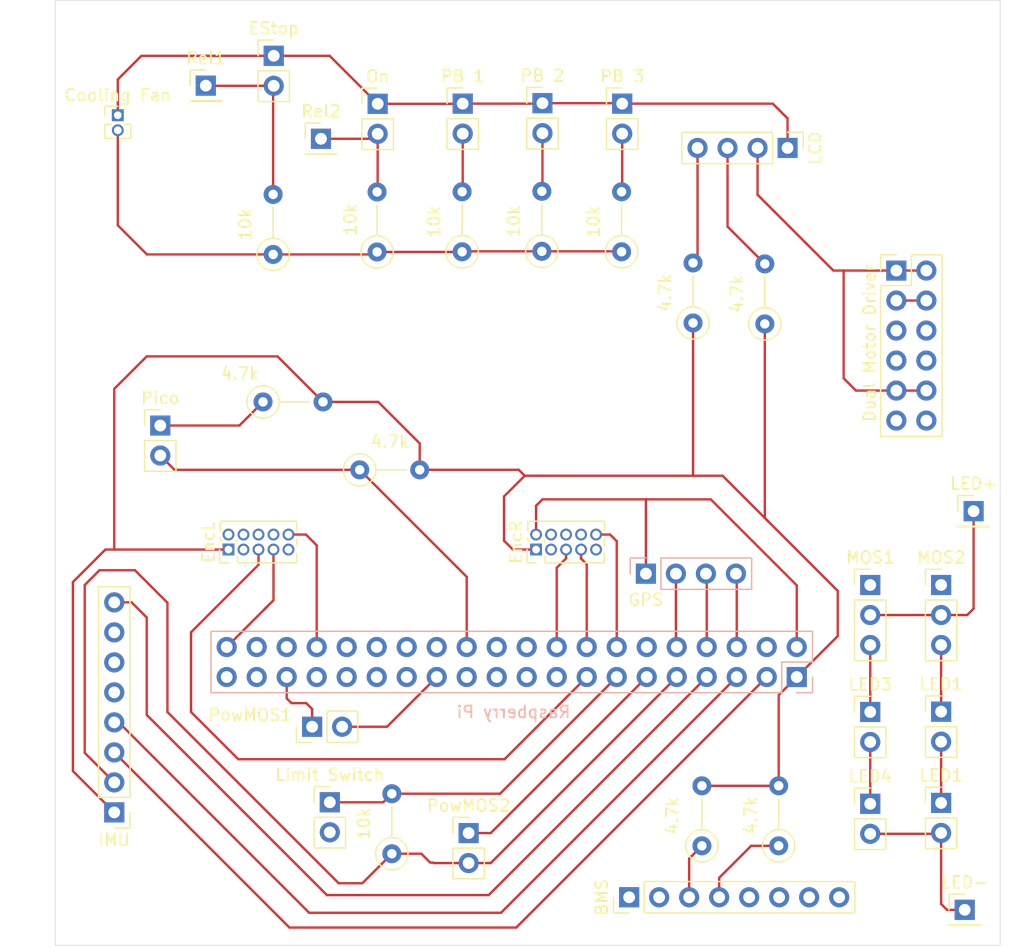
<source format=kicad_pcb>
(kicad_pcb (version 20240108) (generator "pcbnew") (generator_version "8.0")
  (layers (0 "F.Cu" signal) (1 "In1.Cu" signal) (2 "In2.Cu" signal) (31 "B.Cu" signal) (34 "B.Paste" user) (35 "F.Paste" user) (36 "B.SilkS" user "B.Silkscreen") (37 "F.SilkS" user "F.Silkscreen") (38 "B.Mask" user) (39 "F.Mask" user) (44 "Edge.Cuts" user))
  (net 0 "")
  (net 1 "5V")
  (net 2 "PI10")
  (net 3 "PI8")
  (net 4 "PI12")
  (net 5 "GND")
  (net 6 "3V3")
  (net 7 "PI16")
  (net 8 "PI18")
  (net 9 "PI22")
  (net 10 "PI24")
  (net 11 "PI26")
  (net 12 "PI28")
  (net 13 "PI32")
  (net 14 "PI36")
  (net 15 "PI38")
  (net 16 "PI40")
  (net 17 "PI3")
  (net 18 "PI5")
  (net 19 "PI7")
  (net 20 "PI11")
  (net 21 "PI13")
  (net 22 "PI15")
  (net 23 "PI19")
  (net 24 "PI21")
  (net 25 "PI23")
  (net 26 "PI27")
  (net 27 "PI29")
  (net 28 "PI31")
  (net 29 "PI33")
  (net 30 "PI35")
  (net 31 "PI37")
  (net 32 "On")
  (net 33 "EStop")
  (net 34 "LED-")
  (net 35 "LED+")
  (net 36 "LED1")
  (net 37 "LED2")
  (net 38 "LED3")
  (net 39 "LED4")
  (footprint "Resistor_THT:R_Axial_DIN0207_L6.3mm_D2.5mm_P5.08mm_Vertical" (layer "F.Cu") (at 53.2 33.25 90)
    (property "Reference" "10k" (at 2.54 -2.37 90) (layer "F.SilkS"))
    (property "Value" "PB 2 Pull Down")
    (pad "1" thru_hole circle (at 0 0 90) (size 1.6 1.6) (drill 0.8) (layers "*.Cu" "*.Mask") (net 1 "5V"))
    (pad "2" thru_hole oval (at 5.08 0 90) (size 1.6 1.6) (drill 0.8) (layers "*.Cu" "*.Mask") (net 12 "PI28"))
  )
  (footprint "Connector_PinHeader_2.54mm:PinHeader_1x02_P2.54mm_Vertical" (layer "F.Cu") (at 39.3 20.765)
    (property "Reference" "On" (at 0 -2.33 0) (layer "F.SilkS"))
    (property "Value" "On/Off")
    (pad "1" thru_hole rect (at 0 0) (size 1.7 1.7) (drill 1) (layers "*.Cu" "*.Mask") (net 5 "GND"))
    (pad "2" thru_hole oval (at 0 2.54) (size 1.7 1.7) (drill 1) (layers "*.Cu" "*.Mask") (net 32 "On"))
  )
  (footprint "Resistor_THT:R_Axial_DIN0207_L6.3mm_D2.5mm_P5.08mm_Vertical" (layer "F.Cu") (at 40.5 84.25 90)
    (property "Reference" "10k" (at 2.54 -2.37 90) (layer "F.SilkS"))
    (property "Value" "PB 1 Pull Down")
    (pad "1" thru_hole circle (at 0 0 90) (size 1.6 1.6) (drill 0.8) (layers "*.Cu" "*.Mask") (net 5 "GND"))
    (pad "2" thru_hole oval (at 5.08 0 90) (size 1.6 1.6) (drill 0.8) (layers "*.Cu" "*.Mask") (net 21 "PI13"))
  )
  (footprint "Resistor_THT:R_Axial_DIN0207_L6.3mm_D2.5mm_P5.08mm_Vertical" (layer "F.Cu") (at 39.25 33.305 90)
    (property "Reference" "10k" (at 2.75 -2.25 90) (layer "F.SilkS"))
    (property "Value" "On/Off Pull Down")
    (pad "1" thru_hole circle (at 0 0 90) (size 1.6 1.6) (drill 0.8) (layers "*.Cu" "*.Mask") (net 1 "5V"))
    (pad "2" thru_hole oval (at 5.08 0 90) (size 1.6 1.6) (drill 0.8) (layers "*.Cu" "*.Mask") (net 32 "On"))
  )
  (footprint "Resistor_THT:R_Axial_DIN0207_L6.3mm_D2.5mm_P5.08mm_Vertical" (layer "F.Cu") (at 59.95 33.29 90)
    (property "Reference" "10k" (at 2.54 -2.37 90) (layer "F.SilkS"))
    (property "Value" "PB 3 Pull Down")
    (pad "1" thru_hole circle (at 0 0 90) (size 1.6 1.6) (drill 0.8) (layers "*.Cu" "*.Mask") (net 1 "5V"))
    (pad "2" thru_hole oval (at 5.08 0 90) (size 1.6 1.6) (drill 0.8) (layers "*.Cu" "*.Mask") (net 27 "PI29"))
  )
  (footprint "Resistor_THT:R_Axial_DIN0207_L6.3mm_D2.5mm_P5.08mm_Vertical" (layer "F.Cu") (at 66.75 83.58 90)
    (property "Reference" "4.7k" (at 2.54 -2.5 90) (layer "F.SilkS"))
    (property "Value" "BMS SCL")
    (pad "1" thru_hole circle (at 0 0 90) (size 1.6 1.6) (drill 0.8) (layers "*.Cu" "*.Mask") (net 9 "PI22"))
    (pad "2" thru_hole oval (at 5.08 0 90) (size 1.6 1.6) (drill 0.8) (layers "*.Cu" "*.Mask") (net 6 "3V3"))
  )
  (footprint "Connector_PinHeader_2.54mm:PinHeader_1x02_P2.54mm_Vertical" (layer "F.Cu") (at 81 72.25)
    (property "Reference" "LED3" (at 0 -2.33 0) (layer "F.SilkS"))
    (property "Value" "LED 1")
    (pad "1" thru_hole rect (at 0 0) (size 1.7 1.7) (drill 1) (layers "*.Cu" "*.Mask") (net 38 "LED3"))
    (pad "2" thru_hole oval (at 0 2.54) (size 1.7 1.7) (drill 1) (layers "*.Cu" "*.Mask") (net 39 "LED4"))
  )
  (footprint "Connector_PinHeader_1.27mm:PinHeader_2x05_P1.27mm_Vertical" (layer "F.Cu") (at 26.67 58.5 90)
    (property "Reference" "EncL" (at 0.635 -1.695 90) (layer "F.SilkS"))
    (property "Value" "Motor Encoder")
    (pad "1" thru_hole rect (at 0 0 90) (size 1 1) (drill 0.65) (layers "*.Cu" "*.Mask") (net 6 "3V3"))
    (pad "2" thru_hole oval (at 1.27 0 90) (size 1 1) (drill 0.65) (layers "*.Cu" "*.Mask") (net 1 "5V"))
    (pad "3" thru_hole oval (at 0 1.27 90) (size 1 1) (drill 0.65) (layers "*.Cu" "*.Mask"))
    (pad "4" thru_hole oval (at 1.27 1.27 90) (size 1 1) (drill 0.65) (layers "*.Cu" "*.Mask"))
    (pad "5" thru_hole oval (at 0 2.54 90) (size 1 1) (drill 0.65) (layers "*.Cu" "*.Mask") (net 22 "PI15"))
    (pad "6" thru_hole oval (at 1.27 2.54 90) (size 1 1) (drill 0.65) (layers "*.Cu" "*.Mask"))
    (pad "7" thru_hole oval (at 0 3.81 90) (size 1 1) (drill 0.65) (layers "*.Cu" "*.Mask") (net 16 "PI40"))
    (pad "8" thru_hole oval (at 1.27 3.81 90) (size 1 1) (drill 0.65) (layers "*.Cu" "*.Mask"))
    (pad "9" thru_hole oval (at 0 5.08 90) (size 1 1) (drill 0.65) (layers "*.Cu" "*.Mask"))
    (pad "10" thru_hole oval (at 1.27 5.08 90) (size 1 1) (drill 0.65) (layers "*.Cu" "*.Mask") (net 5 "GND"))
  )
  (footprint "Connector_PinHeader_2.54mm:PinHeader_1x02_P2.54mm_Vertical" (layer "F.Cu") (at 81 80.025)
    (property "Reference" "LED4" (at 0 -2.33 0) (layer "F.SilkS"))
    (property "Value" "LED 1")
    (pad "1" thru_hole rect (at 0 0) (size 1.7 1.7) (drill 1) (layers "*.Cu" "*.Mask") (net 39 "LED4"))
    (pad "2" thru_hole oval (at 0 2.54) (size 1.7 1.7) (drill 1) (layers "*.Cu" "*.Mask") (net 34 "LED-"))
  )
  (footprint "Resistor_THT:R_Axial_DIN0207_L6.3mm_D2.5mm_P5.08mm_Vertical" (layer "F.Cu") (at 37.78 51.75)
    (property "Reference" "4.7k" (at 2.54 -2.37 0) (layer "F.SilkS"))
    (property "Value" "Pico SDA")
    (pad "1" thru_hole circle (at 0 0) (size 1.6 1.6) (drill 0.8) (layers "*.Cu" "*.Mask" "Eco1.User") (net 10 "PI24"))
    (pad "2" thru_hole oval (at 5.08 0) (size 1.6 1.6) (drill 0.8) (layers "*.Cu" "*.Mask") (net 6 "3V3"))
  )
  (footprint "Resistor_THT:R_Axial_DIN0207_L6.3mm_D2.5mm_P5.08mm_Vertical" (layer "F.Cu") (at 46.45 33.29 90)
    (property "Reference" "10k" (at 2.54 -2.37 90) (layer "F.SilkS"))
    (property "Value" "PB 1 Pull Down")
    (pad "1" thru_hole circle (at 0 0 90) (size 1.6 1.6) (drill 0.8) (layers "*.Cu" "*.Mask") (net 1 "5V"))
    (pad "2" thru_hole oval (at 5.08 0 90) (size 1.6 1.6) (drill 0.8) (layers "*.Cu" "*.Mask") (net 11 "PI26"))
  )
  (footprint "Connector_PinHeader_2.54mm:PinHeader_1x02_P2.54mm_Vertical" (layer "F.Cu") (at 47 82.5)
    (property "Reference" "PowMOS2" (at 0 -2.33 0) (layer "F.SilkS"))
    (property "Value" "Power Mosfet 2")
    (pad "1" thru_hole rect (at 0 0) (size 1.7 1.7) (drill 1) (layers "*.Cu" "*.Mask") (net 20 "PI11"))
    (pad "2" thru_hole oval (at 0 2.54) (size 1.7 1.7) (drill 1) (layers "*.Cu" "*.Mask") (net 5 "GND"))
  )
  (footprint "Connector_PinHeader_2.54mm:PinHeader_2x06_P2.54mm_Vertical" (layer "F.Cu") (at 83.21 34.88)
    (property "Reference" "Dual Motor Driver" (at -2.265 6.145 90) (layer "F.SilkS"))
    (property "Value" "Motor Driver Connection")
    (pad "1" thru_hole rect (at 0 0) (size 1.7 1.7) (drill 1) (layers "*.Cu" "*.Mask") (net 1 "5V"))
    (pad "2" thru_hole oval (at 2.54 0) (size 1.7 1.7) (drill 1) (layers "*.Cu" "*.Mask") (net 1 "5V"))
    (pad "3" thru_hole oval (at 0 2.54) (size 1.7 1.7) (drill 1) (layers "*.Cu" "*.Mask") (net 5 "GND"))
    (pad "4" thru_hole oval (at 2.54 2.54) (size 1.7 1.7) (drill 1) (layers "*.Cu" "*.Mask") (net 5 "GND"))
    (pad "5" thru_hole oval (at 0 5.08) (size 1.7 1.7) (drill 1) (layers "*.Cu" "*.Mask") (net 13 "PI32"))
    (pad "6" thru_hole oval (at 2.54 5.08) (size 1.7 1.7) (drill 1) (layers "*.Cu" "*.Mask") (net 4 "PI12"))
    (pad "7" thru_hole oval (at 0 7.62) (size 1.7 1.7) (drill 1) (layers "*.Cu" "*.Mask") (net 29 "PI33"))
    (pad "8" thru_hole oval (at 2.54 7.62) (size 1.7 1.7) (drill 1) (layers "*.Cu" "*.Mask") (net 15 "PI38"))
    (pad "9" thru_hole oval (at 0 10.16) (size 1.7 1.7) (drill 1) (layers "*.Cu" "*.Mask") (net 1 "5V"))
    (pad "10" thru_hole oval (at 2.54 10.16) (size 1.7 1.7) (drill 1) (layers "*.Cu" "*.Mask") (net 1 "5V"))
    (pad "11" thru_hole oval (at 0 12.7) (size 1.7 1.7) (drill 1) (layers "*.Cu" "*.Mask"))
    (pad "12" thru_hole oval (at 2.54 12.7) (size 1.7 1.7) (drill 1) (layers "*.Cu" "*.Mask"))
  )
  (footprint "Connector_PinHeader_2.54mm:PinHeader_1x02_P2.54mm_Vertical" (layer "F.Cu") (at 46.5 20.75)
    (property "Reference" "PB 1" (at 0 -2.33 0) (layer "F.SilkS"))
    (property "Value" "PB 1")
    (pad "1" thru_hole rect (at 0 0) (size 1.7 1.7) (drill 1) (layers "*.Cu" "*.Mask") (net 5 "GND"))
    (pad "2" thru_hole oval (at 0 2.54) (size 1.7 1.7) (drill 1) (layers "*.Cu" "*.Mask") (net 11 "PI26"))
  )
  (footprint "Connector_PinHeader_2.54mm:PinHeader_1x08_P2.54mm_Vertical" (layer "F.Cu") (at 17 80.75 180)
    (property "Reference" "IMU" (at 0 -2.33 360) (layer "F.SilkS"))
    (property "Value" "IMU Connector")
    (pad "1" thru_hole rect (at 0 0 180) (size 1.7 1.7) (drill 1) (layers "*.Cu" "*.Mask") (net 6 "3V3"))
    (pad "2" thru_hole oval (at 0 2.54 180) (size 1.7 1.7) (drill 1) (layers "*.Cu" "*.Mask") (net 5 "GND"))
    (pad "3" thru_hole oval (at 0 5.08 180) (size 1.7 1.7) (drill 1) (layers "*.Cu" "*.Mask") (net 17 "PI3"))
    (pad "4" thru_hole oval (at 0 7.62 180) (size 1.7 1.7) (drill 1) (layers "*.Cu" "*.Mask") (net 18 "PI5"))
    (pad "5" thru_hole oval (at 0 10.16 180) (size 1.7 1.7) (drill 1) (layers "*.Cu" "*.Mask"))
    (pad "6" thru_hole oval (at 0 12.7 180) (size 1.7 1.7) (drill 1) (layers "*.Cu" "*.Mask"))
    (pad "7" thru_hole oval (at 0 15.24 180) (size 1.7 1.7) (drill 1) (layers "*.Cu" "*.Mask"))
    (pad "8" thru_hole oval (at 0 17.78 180) (size 1.7 1.7) (drill 1) (layers "*.Cu" "*.Mask") (net 19 "PI7"))
  )
  (footprint "Connector_PinHeader_2.54mm:PinHeader_1x01_P2.54mm_Vertical" (layer "F.Cu") (at 24.75 19.225)
    (property "Reference" "Rel1" (at 0 -2.33 0) (layer "F.SilkS"))
    (property "Value" "Relay Control")
    (pad "1" thru_hole rect (at 0 0) (size 1.7 1.7) (drill 1) (layers "*.Cu" "*.Mask") (net 33 "EStop"))
  )
  (footprint "Connector_PinHeader_2.54mm:PinHeader_1x02_P2.54mm_Vertical" (layer "F.Cu") (at 87 72.225)
    (property "Reference" "LED1" (at 0 -2.33 0) (layer "F.SilkS"))
    (property "Value" "LED 2")
    (pad "1" thru_hole rect (at 0 0) (size 1.7 1.7) (drill 1) (layers "*.Cu" "*.Mask") (net 36 "LED1"))
    (pad "2" thru_hole oval (at 0 2.54) (size 1.7 1.7) (drill 1) (layers "*.Cu" "*.Mask") (net 37 "LED2"))
  )
  (footprint "Resistor_THT:R_Axial_DIN0207_L6.3mm_D2.5mm_P5.08mm_Vertical" (layer "F.Cu") (at 73.25 83.58 90)
    (property "Reference" "4.7k" (at 2.58 -2.37 90) (layer "F.SilkS"))
    (property "Value" "BMS SDA")
    (pad "1" thru_hole circle (at 0 0 90) (size 1.6 1.6) (drill 0.8) (layers "*.Cu" "*.Mask") (net 31 "PI37"))
    (pad "2" thru_hole oval (at 5.08 0 90) (size 1.6 1.6) (drill 0.8) (layers "*.Cu" "*.Mask") (net 6 "3V3"))
  )
  (footprint "Connector_PinHeader_1.27mm:PinHeader_1x02_P1.27mm_Vertical" (layer "F.Cu") (at 17.3 21.73)
    (property "Reference" "Cooling Fan" (at 0 -1.695 0) (layer "F.SilkS"))
    (property "Value" "Cooling Fan Connection")
    (pad "1" thru_hole rect (at 0 0) (size 1 1) (drill 0.65) (layers "*.Cu" "*.Mask") (net 5 "GND"))
    (pad "2" thru_hole oval (at 0 1.27) (size 1 1) (drill 0.65) (layers "*.Cu" "*.Mask") (net 1 "5V"))
  )
  (footprint "Resistor_THT:R_Axial_DIN0207_L6.3mm_D2.5mm_P5.08mm_Vertical" (layer "F.Cu") (at 72.075 39.395 90)
    (property "Reference" "4.7k" (at 2.54 -2.37 90) (layer "F.SilkS"))
    (property "Value" "HMI SDA")
    (pad "1" thru_hole circle (at 0 0 90) (size 1.6 1.6) (drill 0.8) (layers "*.Cu" "*.Mask") (net 6 "3V3"))
    (pad "2" thru_hole oval (at 5.08 0 90) (size 1.6 1.6) (drill 0.8) (layers "*.Cu" "*.Mask") (net 25 "PI23"))
  )
  (footprint "Resistor_THT:R_Axial_DIN0207_L6.3mm_D2.5mm_P5.08mm_Vertical" (layer "F.Cu") (at 29.595 46)
    (property "Reference" "4.7k" (at -1.96 -2.395 0) (layer "F.SilkS"))
    (property "Value" "Pico SCL")
    (pad "1" thru_hole circle (at 0 0) (size 1.6 1.6) (drill 0.8) (layers "*.Cu" "*.Mask") (net 24 "PI21"))
    (pad "2" thru_hole oval (at 5.08 0) (size 1.6 1.6) (drill 0.8) (layers "*.Cu" "*.Mask") (net 6 "3V3"))
  )
  (footprint "Connector_PinHeader_2.54mm:PinHeader_1x02_P2.54mm_Vertical" (layer "F.Cu") (at 87 79.95)
    (property "Reference" "LED1" (at 0 -2.33 0) (layer "F.SilkS"))
    (property "Value" "LED 1")
    (pad "1" thru_hole rect (at 0 0) (size 1.7 1.7) (drill 1) (layers "*.Cu" "*.Mask") (net 37 "LED2"))
    (pad "2" thru_hole oval (at 0 2.54) (size 1.7 1.7) (drill 1) (layers "*.Cu" "*.Mask") (net 34 "LED-"))
  )
  (footprint "Connector_PinHeader_2.54mm:PinHeader_1x08_P2.54mm_Vertical" (layer "F.Cu") (at 60.59 87.935 90)
    (property "Reference" "BMS" (at 0 -2.33 90) (layer "F.SilkS"))
    (property "Value" "BMS Connector")
    (pad "1" thru_hole rect (at 0 0 90) (size 1.7 1.7) (drill 1) (layers "*.Cu" "*.Mask") (net 1 "5V"))
    (pad "2" thru_hole oval (at 0 2.54 90) (size 1.7 1.7) (drill 1) (layers "*.Cu" "*.Mask") (net 5 "GND"))
    (pad "3" thru_hole oval (at 0 5.08 90) (size 1.7 1.7) (drill 1) (layers "*.Cu" "*.Mask") (net 9 "PI22"))
    (pad "4" thru_hole oval (at 0 7.62 90) (size 1.7 1.7) (drill 1) (layers "*.Cu" "*.Mask") (net 31 "PI37"))
    (pad "5" thru_hole oval (at 0 10.16 90) (size 1.7 1.7) (drill 1) (layers "*.Cu" "*.Mask"))
    (pad "6" thru_hole oval (at 0 12.7 90) (size 1.7 1.7) (drill 1) (layers "*.Cu" "*.Mask"))
    (pad "7" thru_hole oval (at 0 15.24 90) (size 1.7 1.7) (drill 1) (layers "*.Cu" "*.Mask"))
    (pad "8" thru_hole oval (at 0 17.78 90) (size 1.7 1.7) (drill 1) (layers "*.Cu" "*.Mask"))
  )
  (footprint "Connector_PinHeader_2.54mm:PinHeader_1x02_P2.54mm_Vertical" (layer "F.Cu") (at 60 20.75)
    (property "Reference" "PB 3" (at 0 -2.33 0) (layer "F.SilkS"))
    (property "Value" "PB 1")
    (pad "1" thru_hole rect (at 0 0) (size 1.7 1.7) (drill 1) (layers "*.Cu" "*.Mask") (net 5 "GND"))
    (pad "2" thru_hole oval (at 0 2.54) (size 1.7 1.7) (drill 1) (layers "*.Cu" "*.Mask") (net 27 "PI29"))
  )
  (footprint "Resistor_THT:R_Axial_DIN0207_L6.3mm_D2.5mm_P5.08mm_Vertical" (layer "F.Cu") (at 66 39.315 90)
    (property "Reference" "4.7k" (at 2.54 -2.37 90) (layer "F.SilkS"))
    (property "Value" "HMI SCL")
    (pad "1" thru_hole circle (at 0 0 90) (size 1.6 1.6) (drill 0.8) (layers "*.Cu" "F.Mask") (net 6 "3V3"))
    (pad "2" thru_hole oval (at 5.08 0 90) (size 1.6 1.6) (drill 0.8) (layers "*.Cu" "*.Mask") (net 23 "PI19"))
  )
  (footprint "Connector_PinHeader_2.54mm:PinHeader_1x04_P2.54mm_Vertical" (layer "F.Cu") (at 74 24.5 -90)
    (property "Reference" "LCD" (at 0 -2.33 90) (layer "F.SilkS"))
    (property "Value" "LCD Screen")
    (pad "1" thru_hole rect (at 0 0 270) (size 1.7 1.7) (drill 1) (layers "*.Cu" "*.Mask") (net 5 "GND"))
    (pad "2" thru_hole oval (at 0 2.54 270) (size 1.7 1.7) (drill 1) (layers "*.Cu" "*.Mask") (net 1 "5V"))
    (pad "3" thru_hole oval (at 0 5.08 270) (size 1.7 1.7) (drill 1) (layers "*.Cu" "*.Mask") (net 25 "PI23"))
    (pad "4" thru_hole oval (at 0 7.62 270) (size 1.7 1.7) (drill 1) (layers "*.Cu" "*.Mask") (net 23 "PI19"))
  )
  (footprint "Connector_PinHeader_2.54mm:PinHeader_1x03_P2.54mm_Vertical" (layer "F.Cu") (at 81 61.5)
    (property "Reference" "MOS1" (at 0 -2.33 0) (layer "F.SilkS"))
    (property "Value" "LED Transistor")
    (pad "1" thru_hole rect (at 0 0) (size 1.7 1.7) (drill 1) (layers "*.Cu" "*.Mask") (net 14 "PI36"))
    (pad "2" thru_hole oval (at 0 2.54) (size 1.7 1.7) (drill 1) (layers "*.Cu" "*.Mask") (net 35 "LED+"))
    (pad "3" thru_hole oval (at 0 5.08) (size 1.7 1.7) (drill 1) (layers "*.Cu" "*.Mask") (net 38 "LED3"))
  )
  (footprint "Connector_PinHeader_2.54mm:PinHeader_1x01_P2.54mm_Vertical" (layer "F.Cu") (at 89.75 55.25)
    (property "Reference" "LED+" (at 0 -2.33 0) (layer "F.SilkS"))
    (property "Value" "LED+")
    (pad "1" thru_hole rect (at 0 0) (size 1.7 1.7) (drill 1) (layers "*.Cu" "*.Mask") (net 35 "LED+"))
  )
  (footprint "Connector_PinHeader_2.54mm:PinHeader_1x02_P2.54mm_Vertical" (layer "F.Cu") (at 35.25 79.895)
    (property "Reference" "Limit Switch" (at 0 -2.33 0) (layer "F.SilkS"))
    (property "Value" "Limit Switch")
    (pad "1" thru_hole rect (at 0 0) (size 1.7 1.7) (drill 1) (layers "*.Cu" "*.Mask") (net 21 "PI13"))
    (pad "2" thru_hole oval (at 0 2.54) (size 1.7 1.7) (drill 1) (layers "*.Cu" "*.Mask") (net 1 "5V"))
  )
  (footprint "Connector_PinHeader_2.54mm:PinHeader_1x01_P2.54mm_Vertical" (layer "F.Cu") (at 34.5 23.725)
    (property "Reference" "Rel2" (at 0 -2.33 0) (layer "F.SilkS"))
    (property "Value" "Relay Control")
    (pad "1" thru_hole rect (at 0 0) (size 1.7 1.7) (drill 1) (layers "*.Cu" "*.Mask") (net 32 "On"))
  )
  (footprint "Connector_PinHeader_2.54mm:PinHeader_1x02_P2.54mm_Vertical" (layer "F.Cu") (at 20.895 48)
    (property "Reference" "Pico" (at 0 -2.33 0) (layer "F.SilkS"))
    (property "Value" "Pico Connection")
    (pad "1" thru_hole rect (at 0 0) (size 1.7 1.7) (drill 1) (layers "*.Cu" "*.Mask") (net 24 "PI21"))
    (pad "2" thru_hole oval (at 0 2.54) (size 1.7 1.7) (drill 1) (layers "*.Cu" "*.Mask") (net 10 "PI24"))
  )
  (footprint "Connector_PinHeader_2.54mm:PinHeader_1x02_P2.54mm_Vertical" (layer "F.Cu") (at 53.25 20.71)
    (property "Reference" "PB 2" (at 0 -2.33 0) (layer "F.SilkS"))
    (property "Value" "PB 1")
    (pad "1" thru_hole rect (at 0 0) (size 1.7 1.7) (drill 1) (layers "*.Cu" "*.Mask") (net 5 "GND"))
    (pad "2" thru_hole oval (at 0 2.54) (size 1.7 1.7) (drill 1) (layers "*.Cu" "*.Mask") (net 12 "PI28"))
  )
  (footprint "Connector_PinHeader_2.54mm:PinHeader_1x02_P2.54mm_Vertical" (layer "F.Cu") (at 33.75 73.5 90)
    (property "Reference" "PowMOS1" (at 1 -5.25 180) (layer "F.SilkS"))
    (property "Value" "Power Mosfet 1")
    (pad "1" thru_hole rect (at 0 0 90) (size 1.7 1.7) (drill 1) (layers "*.Cu" "*.Mask") (net 30 "PI35"))
    (pad "2" thru_hole oval (at 0 2.54 90) (size 1.7 1.7) (drill 1) (layers "*.Cu" "*.Mask") (net 5 "GND"))
  )
  (footprint "Resistor_THT:R_Axial_DIN0207_L6.3mm_D2.5mm_P5.08mm_Vertical" (layer "F.Cu") (at 30.45 33.515 90)
    (property "Reference" "10k" (at 2.54 -2.37 90) (layer "F.SilkS"))
    (property "Value" "On/Off Pull Down")
    (pad "1" thru_hole circle (at 0 0 90) (size 1.6 1.6) (drill 0.8) (layers "*.Cu" "*.Mask") (net 1 "5V"))
    (pad "2" thru_hole oval (at 5.08 0 90) (size 1.6 1.6) (drill 0.8) (layers "*.Cu" "*.Mask") (net 33 "EStop"))
  )
  (footprint "Connector_PinHeader_2.54mm:PinHeader_1x03_P2.54mm_Vertical" (layer "F.Cu") (at 87 61.5)
    (property "Reference" "MOS2" (at 0 -2.33 0) (layer "F.SilkS"))
    (property "Value" "LED Transistor")
    (pad "1" thru_hole rect (at 0 0) (size 1.7 1.7) (drill 1) (layers "*.Cu" "*.Mask") (net 28 "PI31"))
    (pad "2" thru_hole oval (at 0 2.54) (size 1.7 1.7) (drill 1) (layers "*.Cu" "*.Mask") (net 35 "LED+"))
    (pad "3" thru_hole oval (at 0 5.08) (size 1.7 1.7) (drill 1) (layers "*.Cu" "*.Mask") (net 36 "LED1"))
  )
  (footprint "Connector_PinHeader_2.54mm:PinHeader_1x01_P2.54mm_Vertical" (layer "F.Cu") (at 89 89)
    (property "Reference" "LED-" (at 0 -2.33 0) (layer "F.SilkS"))
    (property "Value" "LED-")
    (pad "1" thru_hole rect (at 0 0) (size 1.7 1.7) (drill 1) (layers "*.Cu" "*.Mask") (net 34 "LED-"))
  )
  (footprint "Connector_PinHeader_1.27mm:PinHeader_2x05_P1.27mm_Vertical" (layer "F.Cu") (at 52.71 58.5 90)
    (property "Reference" "EncR" (at 0.635 -1.695 -90) (layer "F.SilkS"))
    (property "Value" "Motor Encoder")
    (pad "1" thru_hole rect (at 0 0 90) (size 1 1) (drill 0.65) (layers "*.Cu" "*.Mask") (net 6 "3V3"))
    (pad "2" thru_hole oval (at 1.27 0 90) (size 1 1) (drill 0.65) (layers "*.Cu" "*.Mask") (net 1 "5V"))
    (pad "3" thru_hole oval (at 0 1.27 90) (size 1 1) (drill 0.65) (layers "*.Cu" "*.Mask"))
    (pad "4" thru_hole oval (at 1.27 1.27 90) (size 1 1) (drill 0.65) (layers "*.Cu" "*.Mask"))
    (pad "5" thru_hole oval (at 0 2.54 90) (size 1 1) (drill 0.65) (layers "*.Cu" "*.Mask") (net 8 "PI18"))
    (pad "6" thru_hole oval (at 1.27 2.54 90) (size 1 1) (drill 0.65) (layers "*.Cu" "*.Mask"))
    (pad "7" thru_hole oval (at 0 3.81 90) (size 1 1) (drill 0.65) (layers "*.Cu" "*.Mask") (net 7 "PI16"))
    (pad "8" thru_hole oval (at 1.27 3.81 90) (size 1 1) (drill 0.65) (layers "*.Cu" "*.Mask"))
    (pad "9" thru_hole oval (at 0 5.08 90) (size 1 1) (drill 0.65) (layers "*.Cu" "*.Mask"))
    (pad "10" thru_hole oval (at 1.27 5.08 90) (size 1 1) (drill 0.65) (layers "*.Cu" "*.Mask") (net 5 "GND"))
  )
  (footprint "Connector_PinHeader_2.54mm:PinHeader_1x02_P2.54mm_Vertical" (layer "F.Cu") (at 30.5 16.7)
    (property "Reference" "EStop" (at 0 -2.33 0) (layer "F.SilkS"))
    (property "Value" "E-Stop")
    (pad "1" thru_hole rect (at 0 0) (size 1.7 1.7) (drill 1) (layers "*.Cu" "*.Mask") (net 5 "GND"))
    (pad "2" thru_hole oval (at 0 2.54) (size 1.7 1.7) (drill 1) (layers "*.Cu" "*.Mask") (net 33 "EStop"))
  )
  (footprint "Connector_PinHeader_2.54mm:PinHeader_2x20_P2.54mm_Vertical" (layer "B.Cu") (at 74.78 69.29 90)
    (property "Reference" "Raspberry Pi" (at -2.96 -23.98 360) (layer "B.SilkS") (effects (justify mirror)))
    (property "Value" "PinHeader_2x20_P2.54mm_Vertical" (hide yes))
    (pad "1" thru_hole rect (at 0 0 90) (size 1.7 1.7) (drill 1) (layers "*.Cu" "*.Mask") (net 6 "3V3"))
    (pad "2" thru_hole oval (at 2.54 0 90) (size 1.7 1.7) (drill 1) (layers "*.Cu" "*.Mask") (net 1 "5V"))
    (pad "3" thru_hole oval (at 0 -2.54 90) (size 1.7 1.7) (drill 1) (layers "*.Cu" "*.Mask") (net 17 "PI3"))
    (pad "4" thru_hole oval (at 2.54 -2.54 90) (size 1.7 1.7) (drill 1) (layers "*.Cu" "*.Mask") (net 1 "5V"))
    (pad "5" thru_hole oval (at 0 -5.08 90) (size 1.7 1.7) (drill 1) (layers "*.Cu" "*.Mask") (net 18 "PI5"))
    (pad "6" thru_hole oval (at 2.54 -5.08 90) (size 1.7 1.7) (drill 1) (layers "*.Cu" "*.Mask") (net 5 "GND"))
    (pad "7" thru_hole oval (at 0 -7.62 90) (size 1.7 1.7) (drill 1) (layers "*.Cu" "*.Mask") (net 19 "PI7"))
    (pad "8" thru_hole oval (at 2.54 -7.62 90) (size 1.7 1.7) (drill 1) (layers "*.Cu" "*.Mask") (net 3 "PI8"))
    (pad "9" thru_hole oval (at 0 -10.16 90) (size 1.7 1.7) (drill 1) (layers "*.Cu" "*.Mask") (net 5 "GND"))
    (pad "10" thru_hole oval (at 2.54 -10.16 90) (size 1.7 1.7) (drill 1) (layers "*.Cu" "*.Mask" "F.Adhes") (net 2 "PI10"))
    (pad "11" thru_hole oval (at 0 -12.7 90) (size 1.7 1.7) (drill 1) (layers "*.Cu" "*.Mask") (net 20 "PI11"))
    (pad "12" thru_hole oval (at 2.54 -12.7 90) (size 1.7 1.7) (drill 1) (layers "*.Cu" "*.Mask") (net 4 "PI12"))
    (pad "13" thru_hole oval (at 0 -15.24 90) (size 1.7 1.7) (drill 1) (layers "*.Cu" "*.Mask") (net 21 "PI13"))
    (pad "14" thru_hole oval (at 2.54 -15.24 90) (size 1.7 1.7) (drill 1) (layers "*.Cu" "*.Mask") (net 5 "GND"))
    (pad "15" thru_hole oval (at 0 -17.78 90) (size 1.7 1.7) (drill 1) (layers "*.Cu" "*.Mask") (net 22 "PI15"))
    (pad "16" thru_hole oval (at 2.54 -17.78 90) (size 1.7 1.7) (drill 1) (layers "*.Cu" "*.Mask") (net 7 "PI16"))
    (pad "17" thru_hole oval (at 0 -20.32 90) (size 1.7 1.7) (drill 1) (layers "*.Cu" "F.Mask") (net 6 "3V3"))
    (pad "18" thru_hole oval (at 2.54 -20.32 90) (size 1.7 1.7) (drill 1) (layers "*.Cu" "*.Mask") (net 8 "PI18"))
    (pad "19" thru_hole oval (at 0 -22.86 90) (size 1.7 1.7) (drill 1) (layers "*.Cu" "*.Mask") (net 23 "PI19"))
    (pad "20" thru_hole oval (at 2.54 -22.86 90) (size 1.7 1.7) (drill 1) (layers "*.Cu" "*.Mask") (net 5 "GND"))
    (pad "21" thru_hole oval (at 0 -25.4 90) (size 1.7 1.7) (drill 1) (layers "*.Cu" "*.Mask") (net 24 "PI21"))
    (pad "22" thru_hole oval (at 2.54 -25.4 90) (size 1.7 1.7) (drill 1) (layers "*.Cu" "*.Mask") (net 9 "PI22"))
    (pad "23" thru_hole oval (at 0 -27.94 90) (size 1.7 1.7) (drill 1) (layers "*.Cu" "*.Mask") (net 25 "PI23"))
    (pad "24" thru_hole oval (at 2.54 -27.94 90) (size 1.7 1.7) (drill 1) (layers "*.Cu" "*.Mask") (net 10 "PI24"))
    (pad "25" thru_hole oval (at 0 -30.48 90) (size 1.7 1.7) (drill 1) (layers "*.Cu" "*.Mask") (net 5 "GND"))
    (pad "26" thru_hole oval (at 2.54 -30.48 90) (size 1.7 1.7) (drill 1) (layers "*.Cu" "*.Mask") (net 11 "PI26"))
    (pad "27" thru_hole oval (at 0 -33.02 90) (size 1.7 1.7) (drill 1) (layers "*.Cu" "*.Mask") (net 26 "PI27"))
    (pad "28" thru_hole oval (at 2.54 -33.02 90) (size 1.7 1.7) (drill 1) (layers "*.Cu" "F.Mask") (net 12 "PI28"))
    (pad "29" thru_hole oval (at 0 -35.56 90) (size 1.7 1.7) (drill 1) (layers "*.Cu" "*.Mask") (net 27 "PI29"))
    (pad "30" thru_hole oval (at 2.54 -35.56 90) (size 1.7 1.7) (drill 1) (layers "*.Cu" "*.Mask") (net 5 "GND"))
    (pad "31" thru_hole oval (at 0 -38.1 90) (size 1.7 1.7) (drill 1) (layers "*.Cu" "*.Mask") (net 28 "PI31"))
    (pad "32" thru_hole oval (at 2.54 -38.1 90) (size 1.7 1.7) (drill 1) (layers "*.Cu" "*.Mask") (net 13 "PI32"))
    (pad "33" thru_hole oval (at 0 -40.64 90) (size 1.7 1.7) (drill 1) (layers "*.Cu" "*.Mask") (net 29 "PI33"))
    (pad "34" thru_hole oval (at 2.54 -40.64 90) (size 1.7 1.7) (drill 1) (layers "*.Cu" "*.Mask") (net 5 "GND"))
    (pad "35" thru_hole oval (at 0 -43.18 90) (size 1.7 1.7) (drill 1) (layers "*.Cu" "*.Mask") (net 30 "PI35"))
    (pad "36" thru_hole oval (at 2.54 -43.18 90) (size 1.7 1.7) (drill 1) (layers "*.Cu" "*.Mask") (net 14 "PI36"))
    (pad "37" thru_hole oval (at 0 -45.72 90) (size 1.7 1.7) (drill 1) (layers "*.Cu" "*.Mask") (net 31 "PI37"))
    (pad "38" thru_hole oval (at 2.54 -45.72 90) (size 1.7 1.7) (drill 1) (layers "*.Cu" "*.Mask") (net 15 "PI38"))
    (pad "39" thru_hole oval (at 0 -48.26 90) (size 1.7 1.7) (drill 1) (layers "*.Cu" "*.Mask") (net 5 "GND"))
    (pad "40" thru_hole oval (at 2.54 -48.26 90) (size 1.7 1.7) (drill 1) (layers "*.Cu" "*.Mask") (net 16 "PI40"))
  )
  (footprint "Connector_PinHeader_2.54mm:PinHeader_1x04_P2.54mm_Vertical" (layer "B.Cu") (at 62.01 60.54 -90)
    (property "Reference" "GPS" (at 2.21 0.01 -0) (layer "F.SilkS"))
    (property "Value" "GPS Connector")
    (pad "1" thru_hole rect (at 0 0 270) (size 1.7 1.7) (drill 1) (layers "*.Cu" "*.Mask") (net 1 "5V"))
    (pad "2" thru_hole oval (at 0 -2.54 270) (size 1.7 1.7) (drill 1) (layers "*.Cu" "*.Mask") (net 2 "PI10"))
    (pad "3" thru_hole oval (at 0 -5.08 270) (size 1.7 1.7) (drill 1) (layers "*.Cu" "*.Mask") (net 3 "PI8"))
    (pad "4" thru_hole oval (at 0 -7.62 270) (size 1.7 1.7) (drill 1) (layers "*.Cu" "*.Mask") (net 5 "GND"))
  )
  (gr_rect (start 12 12) (end 92 92) (stroke (width 0.05)) (fill none) (layer "Edge.Cuts"))
  (segment (start 46.46 33.29) (end 46.5 33.25) (width 0.2) (layer "F.Cu") (net 1))
  (segment (start 17.3 31.05) (end 19.765 33.515) (width 0.2) (layer "F.Cu") (net 1))
  (segment (start 53.25 54.25) (end 62 54.25) (width 0.2) (layer "F.Cu") (net 1))
  (segment (start 62.01 60.54) (end 62.01 54.26) (width 0.2) (layer "F.Cu") (net 1))
  (segment (start 72.3 66.69) (end 72.24 66.75) (width 0.2) (layer "F.Cu") (net 1))
  (segment (start 78.75 44) (end 78.75 34.88) (width 0.2) (layer "F.Cu") (net 1))
  (segment (start 71.46 24.5) (end 71.46 28.46) (width 0.2) (layer "F.Cu") (net 1))
  (segment (start 52.71 57.23) (end 52.71 54.79) (width 0.2) (layer "F.Cu") (net 1))
  (segment (start 39.25 33.305) (end 46.435 33.305) (width 0.2) (layer "F.Cu") (net 1))
  (segment (start 62 54.25) (end 67.5 54.25) (width 0.2) (layer "F.Cu") (net 1))
  (segment (start 79.79 45.04) (end 78.75 44) (width 0.2) (layer "F.Cu") (net 1))
  (segment (start 19.765 33.515) (end 30.45 33.515) (width 0.2) (layer "F.Cu") (net 1))
  (segment (start 74.78 61.53) (end 74.78 66.75) (width 0.2) (layer "F.Cu") (net 1))
  (segment (start 78.75 34.88) (end 83.21 34.88) (width 0.2) (layer "F.Cu") (net 1))
  (segment (start 30.45 33.515) (end 39.04 33.515) (width 0.2) (layer "F.Cu") (net 1))
  (segment (start 83.21 34.88) (end 85.75 34.88) (width 0.2) (layer "F.Cu") (net 1))
  (segment (start 71.46 28.46) (end 77.88 34.88) (width 0.2) (layer "F.Cu") (net 1))
  (segment (start 53.2 33.25) (end 59.91 33.25) (width 0.2) (layer "F.Cu") (net 1))
  (segment (start 67.5 54.25) (end 74.78 61.53) (width 0.2) (layer "F.Cu") (net 1))
  (segment (start 46.45 33.29) (end 46.46 33.29) (width 0.2) (layer "F.Cu") (net 1))
  (segment (start 59.91 33.25) (end 59.95 33.29) (width 0.2) (layer "F.Cu") (net 1))
  (segment (start 46.5 33.25) (end 53.2 33.25) (width 0.2) (layer "F.Cu") (net 1))
  (segment (start 77.88 34.88) (end 78.75 34.88) (width 0.2) (layer "F.Cu") (net 1))
  (segment (start 17.3 23) (end 17.3 31.05) (width 0.2) (layer "F.Cu") (net 1))
  (segment (start 52.71 54.79) (end 53.25 54.25) (width 0.2) (layer "F.Cu") (net 1))
  (segment (start 46.435 33.305) (end 46.45 33.29) (width 0.2) (layer "F.Cu") (net 1))
  (segment (start 39.04 33.515) (end 39.25 33.305) (width 0.2) (layer "F.Cu") (net 1))
  (segment (start 83.21 45.04) (end 85.75 45.04) (width 0.2) (layer "F.Cu") (net 1))
  (segment (start 62.01 54.26) (end 62 54.25) (width 0.2) (layer "F.Cu") (net 1))
  (segment (start 83.21 45.04) (end 79.79 45.04) (width 0.2) (layer "F.Cu") (net 1))
  (segment (start 64.55 66.68) (end 64.62 66.75) (width 0.2) (layer "F.Cu") (net 2))
  (segment (start 64.55 60.54) (end 64.55 66.68) (width 0.2) (layer "F.Cu") (net 2))
  (segment (start 64.62 60.61) (end 64.55 60.54) (width 0.2) (layer "B.Cu") (net 2))
  (segment (start 67.16 66.75) (end 67.16 60.61) (width 0.2) (layer "F.Cu") (net 3))
  (segment (start 67.16 60.61) (end 67.09 60.54) (width 0.2) (layer "F.Cu") (net 3))
  (segment (start 67.16 60.61) (end 67.09 60.54) (width 0.2) (layer "B.Cu") (net 3))
  (segment (start 53.21 20.75) (end 53.25 20.71) (width 0.2) (layer "F.Cu") (net 5))
  (segment (start 83.21 37.46) (end 83.75 38) (width 0.2) (layer "F.Cu") (net 5))
  (segment (start 33.23 57.23) (end 31.75 57.23) (width 0.2) (layer "F.Cu") (net 5))
  (segment (start 34.14 66.75) (end 34.14 58.14) (width 0.2) (layer "F.Cu") (net 5))
  (segment (start 19.3 16.7) (end 30.5 16.7) (width 0.2) (layer "F.Cu") (net 5))
  (segment (start 69.7 60.61) (end 69.63 60.54) (width 0.2) (layer "F.Cu") (net 5))
  (segment (start 69.7 66.75) (end 69.7 60.61) (width 0.2) (layer "F.Cu") (net 5))
  (segment (start 46.485 20.765) (end 46.5 20.75) (width 0.2) (layer "F.Cu") (net 5))
  (segment (start 14.5 75.71) (end 14.5 61.5) (width 0.2) (layer "F.Cu") (net 5))
  (segment (start 59.54 57.79) (end 59.54 66.75) (width 0.2) (layer "F.Cu") (net 5))
  (segment (start 83.21 37.42) (end 85.75 37.42) (width 0.2) (layer "F.Cu") (net 5))
  (segment (start 48.87 85.04) (end 47 85.04) (width 0.2) (layer "F.Cu") (net 5))
  (segment (start 44 85) (end 44.04 85.04) (width 0.2) (layer "F.Cu") (net 5))
  (segment (start 36.29 73.5) (end 40.09 73.5) (width 0.2) (layer "F.Cu") (net 5))
  (segment (start 14.5 61.5) (end 15.75 60.25) (width 0.2) (layer "F.Cu") (net 5))
  (segment (start 57.79 57.23) (end 58.98 57.23) (width 0.2) (layer "F.Cu") (net 5))
  (segment (start 43 84.25) (end 43.75 85) (width 0.2) (layer "F.Cu") (net 5))
  (segment (start 40.5 84.25) (end 43 84.25) (width 0.2) (layer "F.Cu") (net 5))
  (segment (start 21.5 72.25) (end 36 86.75) (width 0.2) (layer "F.Cu") (net 5))
  (segment (start 74 22) (end 74 24.5) (width 0.2) (layer "F.Cu") (net 5))
  (segment (start 30.5 16.7) (end 35.235 16.7) (width 0.2) (layer "F.Cu") (net 5))
  (segment (start 38 86.75) (end 40.5 84.25) (width 0.2) (layer "F.Cu") (net 5))
  (segment (start 17 78.21) (end 14.5 75.71) (width 0.2) (layer "F.Cu") (net 5))
  (segment (start 46.5 20.75) (end 53.21 20.75) (width 0.2) (layer "F.Cu") (net 5))
  (segment (start 60 20.75) (end 72.75 20.75) (width 0.2) (layer "F.Cu") (net 5))
  (segment (start 17.3 21.73) (end 17.3 18.7) (width 0.2) (layer "F.Cu") (net 5))
  (segment (start 15.75 60.25) (end 18.75 60.25) (width 0.2) (layer "F.Cu") (net 5))
  (segment (start 64.62 69.29) (end 48.87 85.04) (width 0.2) (layer "F.Cu") (net 5))
  (segment (start 44.04 85.04) (end 47 85.04) (width 0.2) (layer "F.Cu") (net 5))
  (segment (start 83.21 37.42) (end 83.21 37.46) (width 0.2) (layer "F.Cu") (net 5))
  (segment (start 21.5 63) (end 21.5 72.25) (width 0.2) (layer "F.Cu") (net 5))
  (segment (start 53.25 20.71) (end 59.96 20.71) (width 0.2) (layer "F.Cu") (net 5))
  (segment (start 18.75 60.25) (end 21.5 63) (width 0.2) (layer "F.Cu") (net 5))
  (segment (start 35.235 16.7) (end 39.3 20.765) (width 0.2) (layer "F.Cu") (net 5))
  (segment (start 36 86.75) (end 38 86.75) (width 0.2) (layer "F.Cu") (net 5))
  (segment (start 40.09 73.5) (end 44.3 69.29) (width 0.2) (layer "F.Cu") (net 5))
  (segment (start 39.3 20.765) (end 46.485 20.765) (width 0.2) (layer "F.Cu") (net 5))
  (segment (start 34.14 58.14) (end 33.23 57.23) (width 0.2) (layer "F.Cu") (net 5))
  (segment (start 58.98 57.23) (end 59.54 57.79) (width 0.2) (layer "F.Cu") (net 5))
  (segment (start 59.96 20.71) (end 60 20.75) (width 0.2) (layer "F.Cu") (net 5))
  (segment (start 17.3 18.7) (end 19.3 16.7) (width 0.2) (layer "F.Cu") (net 5))
  (segment (start 43.75 85) (end 44 85) (width 0.2) (layer "F.Cu") (net 5))
  (segment (start 72.75 20.75) (end 74 22) (width 0.2) (layer "F.Cu") (net 5))
  (segment (start 69.7 60.61) (end 69.63 60.54) (width 0.2) (layer "B.Cu") (net 5))
  (segment (start 39.345 46) (end 34.675 46) (width 0.2) (layer "F.Cu") (net 6))
  (segment (start 51.75 52.25) (end 50 54) (width 0.2) (layer "F.Cu") (net 6))
  (segment (start 51.75 52.25) (end 53.25 52.25) (width 0.2) (layer "F.Cu") (net 6))
  (segment (start 42.86 51.75) (end 51.25 51.75) (width 0.2) (layer "F.Cu") (net 6))
  (segment (start 19.75 42.145) (end 17 44.895) (width 0.2) (layer "F.Cu") (net 6))
  (segment (start 68.5 52.25) (end 72.375 56.125) (width 0.2) (layer "F.Cu") (net 6))
  (segment (start 13.5 61.25) (end 13.5 77.25) (width 0.2) (layer "F.Cu") (net 6))
  (segment (start 73.25 78.5) (end 73.5 78.5) (width 0.2) (layer "F.Cu") (net 6))
  (segment (start 50 54) (end 50 57.75) (width 0.2) (layer "F.Cu") (net 6))
  (segment (start 16.25 58.5) (end 13.5 61.25) (width 0.2) (layer "F.Cu") (net 6))
  (segment (start 53.25 52.25) (end 66 52.25) (width 0.2) (layer "F.Cu") (net 6))
  (segment (start 78.25 65.82) (end 74.78 69.29) (width 0.2) (layer "F.Cu") (net 6))
  (segment (start 17 44.895) (end 17 58.5) (width 0.2) (layer "F.Cu") (net 6))
  (segment (start 34.675 46) (end 30.82 42.145) (width 0.2) (layer "F.Cu") (net 6))
  (segment (start 66.75 78.5) (end 73.25 78.5) (width 0.2) (layer "F.Cu") (net 6))
  (segment (start 72.375 56.125) (end 78.25 62) (width 0.2) (layer "F.Cu") (net 6))
  (segment (start 42.86 49.515) (end 39.345 46) (width 0.2) (layer "F.Cu") (net 6))
  (segment (start 26.67 58.5) (end 17 58.5) (width 0.2) (layer "F.Cu") (net 6))
  (segment (start 73.25 70.82) (end 74.78 69.29) (width 0.2) (layer "F.Cu") (net 6))
  (segment (start 42.86 51.75) (end 42.86 49.515) (width 0.2) (layer "F.Cu") (net 6))
  (segment (start 30.82 42.145) (end 19.75 42.145) (width 0.2) (layer "F.Cu") (net 6))
  (segment (start 13.5 77.25) (end 17 80.75) (width 0.2) (layer "F.Cu") (net 6))
  (segment (start 50.75 58.5) (end 52.71 58.5) (width 0.2) (layer "F.Cu") (net 6))
  (segment (start 66 39.315) (end 66 52.25) (width 0.2) (layer "F.Cu") (net 6))
  (segment (start 51.25 51.75) (end 51.75 52.25) (width 0.2) (layer "F.Cu") (net 6))
  (segment (start 72.075 55.825) (end 72.375 56.125) (width 0.2) (layer "F.Cu") (net 6))
  (segment (start 66 52.25) (end 68.5 52.25) (width 0.2) (layer "F.Cu") (net 6))
  (segment (start 72.075 39.395) (end 72.075 55.825) (width 0.2) (layer "F.Cu") (net 6))
  (segment (start 50 57.75) (end 50.75 58.5) (width 0.2) (layer "F.Cu") (net 6))
  (segment (start 78.25 62) (end 78.25 65.82) (width 0.2) (layer "F.Cu") (net 6))
  (segment (start 17 58.5) (end 16.25 58.5) (width 0.2) (layer "F.Cu") (net 6))
  (segment (start 73.25 78.5) (end 73.25 70.82) (width 0.2) (layer "F.Cu") (net 6))
  (segment (start 74.71 69.29) (end 74.78 69.29) (width 0.2) (layer "F.Cu") (net 6))
  (segment (start 52.765 52.25) (end 53.25 52.25) (width 0.2) (layer "F.Cu") (net 6))
  (segment (start 56.52 59.23) (end 56.52 58.5) (width 0.2) (layer "F.Cu") (net 7))
  (segment (start 56.5 59.25) (end 57 59.75) (width 0.2) (layer "F.Cu") (net 7))
  (segment (start 56.5 59.25) (end 56.52 59.23) (width 0.2) (layer "F.Cu") (net 7))
  (segment (start 57 59.75) (end 57 66.75) (width 0.2) (layer "F.Cu") (net 7))
  (segment (start 56.52 57.5) (end 56.5 57.52) (width 0.2) (layer "F.Cu") (net 7))
  (segment (start 55.25 59.25) (end 55.25 58.5) (width 0.2) (layer "F.Cu") (net 8))
  (segment (start 55.25 59.25) (end 54.46 60.04) (width 0.2) (layer "F.Cu") (net 8))
  (segment (start 54.46 60.04) (end 54.46 66.75) (width 0.2) (layer "F.Cu") (net 8))
  (segment (start 65.67 87.935) (end 65.67 84.66) (width 0.2) (layer "F.Cu") (net 9))
  (segment (start 65.67 84.66) (end 66.75 83.58) (width 0.2) (layer "F.Cu") (net 9))
  (segment (start 22.105 51.75) (end 37.78 51.75) (width 0.2) (layer "F.Cu") (net 10))
  (segment (start 46.84 60.81) (end 37.78 51.75) (width 0.2) (layer "F.Cu") (net 10))
  (segment (start 20.895 50.54) (end 22.105 51.75) (width 0.2) (layer "F.Cu") (net 10))
  (segment (start 46.84 66.75) (end 46.84 60.81) (width 0.2) (layer "F.Cu") (net 10))
  (segment (start 46.5 23.29) (end 46.5 28.16) (width 0.2) (layer "F.Cu") (net 11))
  (segment (start 46.5 28.16) (end 46.45 28.21) (width 0.2) (layer "F.Cu") (net 11))
  (segment (start 53.25 28.12) (end 53.2 28.17) (width 0.2) (layer "F.Cu") (net 12))
  (segment (start 53.25 23.25) (end 53.25 28.12) (width 0.2) (layer "F.Cu") (net 12))
  (segment (start 30.48 62.79) (end 29.76 63.51) (width 0.2) (layer "F.Cu") (net 16))
  (segment (start 29.76 63.51) (end 26.52 66.75) (width 0.2) (layer "F.Cu") (net 16))
  (segment (start 30.48 58.5) (end 30.48 62.79) (width 0.2) (layer "F.Cu") (net 16))
  (segment (start 30 63.27) (end 29.76 63.51) (width 0.2) (layer "F.Cu") (net 16))
  (segment (start 31.83 90.5) (end 51.03 90.5) (width 0.2) (layer "F.Cu") (net 17))
  (segment (start 17 75.67) (end 31.83 90.5) (width 0.2) (layer "F.Cu") (net 17))
  (segment (start 51.03 90.5) (end 72.24 69.29) (width 0.2) (layer "F.Cu") (net 17))
  (segment (start 17.5 73.25) (end 33.5 89.25) (width 0.2) (layer "F.Cu") (net 18))
  (segment (start 17.12 73.25) (end 17.5 73.25) (width 0.2) (layer "F.Cu") (net 18))
  (segment (start 17 73.13) (end 17.12 73.25) (width 0.2) (layer "F.Cu") (net 18))
  (segment (start 49.74 89.25) (end 69.7 69.29) (width 0.2) (layer "F.Cu") (net 18))
  (segment (start 33.5 89.25) (end 49.74 89.25) (width 0.2) (layer "F.Cu") (net 18))
  (segment (start 17 62.97) (end 18.47 62.97) (width 0.2) (layer "F.Cu") (net 19))
  (segment (start 18.47 62.97) (end 19.75 64.25) (width 0.2) (layer "F.Cu") (net 19))
  (segment (start 19.75 64.25) (end 19.75 72.5) (width 0.2) (layer "F.Cu") (net 19))
  (segment (start 35 87.75) (end 48.7 87.75) (width 0.2) (layer "F.Cu") (net 19))
  (segment (start 48.7 87.75) (end 67.16 69.29) (width 0.2) (layer "F.Cu") (net 19))
  (segment (start 19.75 72.5) (end 35 87.75) (width 0.2) (layer "F.Cu") (net 19))
  (segment (start 47 82.5) (end 48.87 82.5) (width 0.2) (layer "F.Cu") (net 20))
  (segment (start 48.87 82.5) (end 62.08 69.29) (width 0.2) (layer "F.Cu") (net 20))
  (segment (start 49.66 79.17) (end 59.54 69.29) (width 0.2) (layer "F.Cu") (net 21))
  (segment (start 40.5 79.17) (end 49.66 79.17) (width 0.2) (layer "F.Cu") (net 21))
  (segment (start 39.775 79.895) (end 40.5 79.17) (width 0.2) (layer "F.Cu") (net 21))
  (segment (start 35.25 79.895) (end 39.775 79.895) (width 0.2) (layer "F.Cu") (net 21))
  (segment (start 57 69.29) (end 50.04 76.25) (width 0.2) (layer "F.Cu") (net 22))
  (segment (start 29.25 57.5) (end 29.5 57.5) (width 0.2) (layer "F.Cu") (net 22))
  (segment (start 23.5 65.5) (end 29.21 59.79) (width 0.2) (layer "F.Cu") (net 22))
  (segment (start 29.21 59.79) (end 29.21 58.5) (width 0.2) (layer "F.Cu") (net 22))
  (segment (start 23.5 72.25) (end 23.5 65.5) (width 0.2) (layer "F.Cu") (net 22))
  (segment (start 27.5 76.25) (end 23.5 72.25) (width 0.2) (layer "F.Cu") (net 22))
  (segment (start 50.04 76.25) (end 27.5 76.25) (width 0.2) (layer "F.Cu") (net 22))
  (segment (start 66.38 33.855) (end 66 34.235) (width 0.2) (layer "F.Cu") (net 23))
  (segment (start 66.38 24.5) (end 66.38 33.855) (width 0.2) (layer "F.Cu") (net 23))
  (segment (start 20.895 48) (end 27.595 48) (width 0.2) (layer "F.Cu") (net 24))
  (segment (start 27.595 48) (end 29.595 46) (width 0.2) (layer "F.Cu") (net 24))
  (segment (start 68.92 31.16) (end 72.075 34.315) (width 0.2) (layer "F.Cu") (net 25))
  (segment (start 68.92 24.5) (end 68.92 31.16) (width 0.2) (layer "F.Cu") (net 25))
  (segment (start 60 23.29) (end 60 28.16) (width 0.2) (layer "F.Cu") (net 27))
  (segment (start 60 28.16) (end 59.95 28.21) (width 0.2) (layer "F.Cu") (net 27))
  (segment (start 32 71.5) (end 33.25 71.5) (width 0.2) (layer "F.Cu") (net 30))
  (segment (start 31.6 71.1) (end 32 71.5) (width 0.2) (layer "F.Cu") (net 30))
  (segment (start 33.75 72) (end 33.75 73.5) (width 0.2) (layer "F.Cu") (net 30))
  (segment (start 31.6 69.29) (end 31.6 71.1) (width 0.2) (layer "F.Cu") (net 30))
  (segment (start 33.25 71.5) (end 33.75 72) (width 0.2) (layer "F.Cu") (net 30))
  (segment (start 68.21 86.29) (end 70.92 83.58) (width 0.2) (layer "F.Cu") (net 31))
  (segment (start 68.21 87.935) (end 68.21 86.29) (width 0.2) (layer "F.Cu") (net 31))
  (segment (start 70.92 83.58) (end 73.25 83.58) (width 0.2) (layer "F.Cu") (net 31))
  (segment (start 38.88 23.725) (end 39.3 23.305) (width 0.2) (layer "F.Cu") (net 32))
  (segment (start 34.5 23.725) (end 38.88 23.725) (width 0.2) (layer "F.Cu") (net 32))
  (segment (start 39.3 28.175) (end 39.25 28.225) (width 0.2) (layer "F.Cu") (net 32))
  (segment (start 39.3 23.305) (end 39.3 28.175) (width 0.2) (layer "F.Cu") (net 32))
  (segment (start 25 19.225) (end 25.015 19.24) (width 0.2) (layer "F.Cu") (net 33))
  (segment (start 30.45 28.435) (end 30.45 19.29) (width 0.2) (layer "F.Cu") (net 33))
  (segment (start 30.45 19.29) (end 30.5 19.24) (width 0.2) (layer "F.Cu") (net 33))
  (segment (start 24.75 19.225) (end 25 19.225) (width 0.2) (layer "F.Cu") (net 33))
  (segment (start 25.015 19.24) (end 30.5 19.24) (width 0.2) (layer "F.Cu") (net 33))
  (segment (start 87.5 89) (end 89 89) (width 0.2) (layer "F.Cu") (net 34))
  (segment (start 87 88.5) (end 87.5 89) (width 0.2) (layer "F.Cu") (net 34))
  (segment (start 86.925 82.565) (end 87 82.49) (width 0.2) (layer "F.Cu") (net 34))
  (segment (start 87 82.49) (end 87 88.5) (width 0.2) (layer "F.Cu") (net 34))
  (segment (start 81 82.565) (end 86.925 82.565) (width 0.2) (layer "F.Cu") (net 34))
  (segment (start 87 64.04) (end 81 64.04) (width 0.2) (layer "F.Cu") (net 35))
  (segment (start 89.75 55.25) (end 89.75 63.5) (width 0.2) (layer "F.Cu") (net 35))
  (segment (start 89.21 64.04) (end 87 64.04) (width 0.2) (layer "F.Cu") (net 35))
  (segment (start 89.75 63.5) (end 89.21 64.04) (width 0.2) (layer "F.Cu") (net 35))
  (segment (start 87 66.58) (end 87 72.225) (width 0.2) (layer "F.Cu") (net 36))
  (segment (start 87 74.765) (end 87 79.95) (width 0.2) (layer "F.Cu") (net 37))
  (segment (start 81 66.58) (end 81 72.25) (width 0.2) (layer "F.Cu") (net 38))
  (segment (start 81 74.79) (end 81 80.025) (width 0.2) (layer "F.Cu") (net 39))
)
</source>
